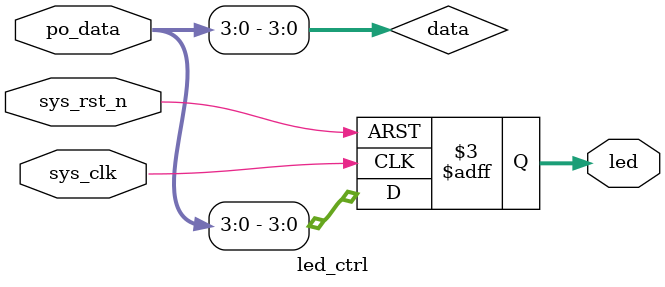
<source format=v>
module led_ctrl(
    input   wire        sys_clk     ,
    input   wire        sys_rst_n   ,
    input   wire [7: 0] po_data     ,

    output  reg  [3: 0] led
);
wire [3: 0] data;
assign data = po_data[3: 0];
always @(posedge sys_clk or negedge sys_rst_n)begin
    if(!sys_rst_n)begin
        led <= 4'b0000;
    end 
    else begin
        led <= data;
    end
end 

endmodule
</source>
